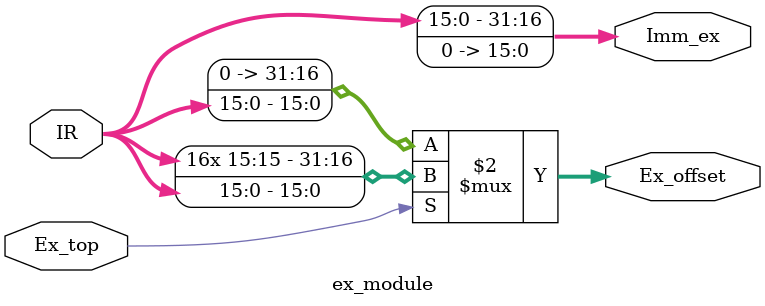
<source format=v>
module ex_module(IR,Ex_top,Imm_ex,Ex_offset);
input [15:0] IR;
input Ex_top;
output [31:0] Imm_ex,Ex_offset;

assign  Ex_offset=Ex_top==0?{{16{1'b0}},IR[15:0]}:{{16{IR[15]}},IR[15:0]};
assign  Imm_ex={IR[15:0],{16{1'b0}}};  

endmodule



</source>
